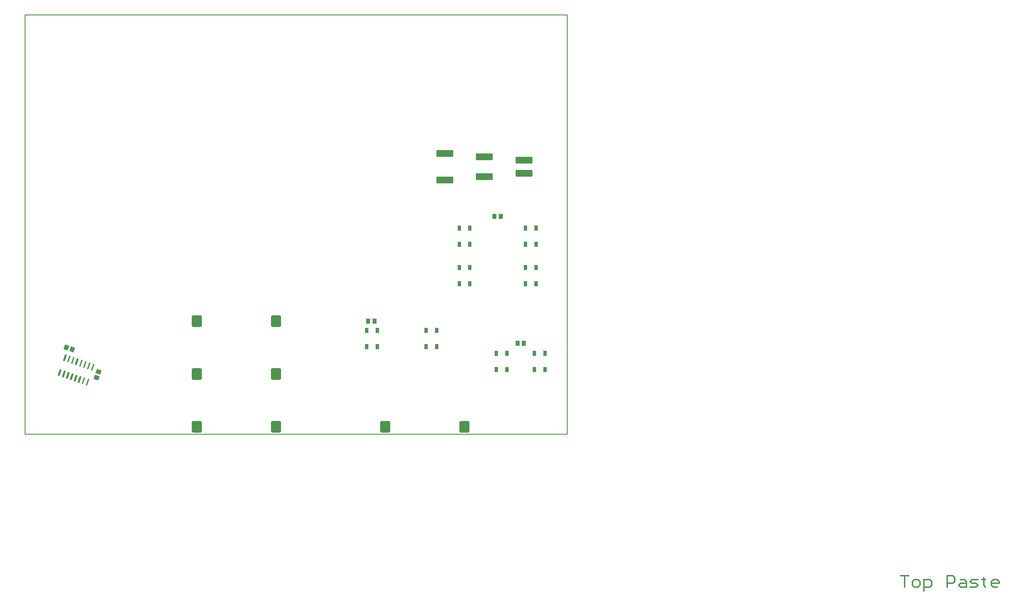
<source format=gtp>
G04*
G04 #@! TF.GenerationSoftware,Altium Limited,Altium Designer,18.1.11 (251)*
G04*
G04 Layer_Color=8421504*
%FSLAX25Y25*%
%MOIN*%
G70*
G01*
G75*
%ADD10C,0.01575*%
%ADD11C,0.00984*%
G04:AMPARAMS|DCode=12|XSize=59.06mil|YSize=51.18mil|CornerRadius=0mil|HoleSize=0mil|Usage=FLASHONLY|Rotation=341.000|XOffset=0mil|YOffset=0mil|HoleType=Round|Shape=Rectangle|*
%AMROTATEDRECTD12*
4,1,4,-0.03625,-0.01458,-0.01959,0.03381,0.03625,0.01458,0.01959,-0.03381,-0.03625,-0.01458,0.0*
%
%ADD12ROTATEDRECTD12*%

G04:AMPARAMS|DCode=13|XSize=59.06mil|YSize=51.18mil|CornerRadius=0mil|HoleSize=0mil|Usage=FLASHONLY|Rotation=71.000|XOffset=0mil|YOffset=0mil|HoleType=Round|Shape=Rectangle|*
%AMROTATEDRECTD13*
4,1,4,0.01458,-0.03625,-0.03381,-0.01959,-0.01458,0.03625,0.03381,0.01959,0.01458,-0.03625,0.0*
%
%ADD13ROTATEDRECTD13*%

G04:AMPARAMS|DCode=14|XSize=15.75mil|YSize=86.61mil|CornerRadius=0mil|HoleSize=0mil|Usage=FLASHONLY|Rotation=161.000|XOffset=0mil|YOffset=0mil|HoleType=Round|Shape=Round|*
%AMOVALD14*
21,1,0.07087,0.01575,0.00000,0.00000,251.0*
1,1,0.01575,0.01154,0.03350*
1,1,0.01575,-0.01154,-0.03350*
%
%ADD14OVALD14*%

G04:AMPARAMS|DCode=15|XSize=23.62mil|YSize=86.61mil|CornerRadius=0mil|HoleSize=0mil|Usage=FLASHONLY|Rotation=161.000|XOffset=0mil|YOffset=0mil|HoleType=Round|Shape=Round|*
%AMOVALD15*
21,1,0.06299,0.02362,0.00000,0.00000,251.0*
1,1,0.02362,0.01025,0.02978*
1,1,0.02362,-0.01025,-0.02978*
%
%ADD15OVALD15*%

%ADD16R,0.03937X0.05906*%
G04:AMPARAMS|DCode=17|XSize=196.85mil|YSize=78.74mil|CornerRadius=3.94mil|HoleSize=0mil|Usage=FLASHONLY|Rotation=0.000|XOffset=0mil|YOffset=0mil|HoleType=Round|Shape=RoundedRectangle|*
%AMROUNDEDRECTD17*
21,1,0.19685,0.07087,0,0,0.0*
21,1,0.18898,0.07874,0,0,0.0*
1,1,0.00787,0.09449,-0.03543*
1,1,0.00787,-0.09449,-0.03543*
1,1,0.00787,-0.09449,0.03543*
1,1,0.00787,0.09449,0.03543*
%
%ADD17ROUNDEDRECTD17*%
%ADD18R,0.05118X0.05906*%
G04:AMPARAMS|DCode=19|XSize=137.8mil|YSize=118.11mil|CornerRadius=14.76mil|HoleSize=0mil|Usage=FLASHONLY|Rotation=90.000|XOffset=0mil|YOffset=0mil|HoleType=Round|Shape=RoundedRectangle|*
%AMROUNDEDRECTD19*
21,1,0.13780,0.08858,0,0,90.0*
21,1,0.10827,0.11811,0,0,90.0*
1,1,0.02953,0.04429,0.05413*
1,1,0.02953,0.04429,-0.05413*
1,1,0.02953,-0.04429,-0.05413*
1,1,0.02953,-0.04429,0.05413*
%
%ADD19ROUNDEDRECTD19*%
D10*
X1042921Y-168552D02*
X1052104D01*
X1047513D01*
Y-182327D01*
X1058992D02*
X1063584D01*
X1065879Y-180031D01*
Y-175439D01*
X1063584Y-173144D01*
X1058992D01*
X1056696Y-175439D01*
Y-180031D01*
X1058992Y-182327D01*
X1070471Y-186919D02*
Y-173144D01*
X1077359D01*
X1079655Y-175439D01*
Y-180031D01*
X1077359Y-182327D01*
X1070471D01*
X1098021D02*
Y-168552D01*
X1104909D01*
X1107205Y-170848D01*
Y-175439D01*
X1104909Y-177735D01*
X1098021D01*
X1114092Y-173144D02*
X1118684D01*
X1120980Y-175439D01*
Y-182327D01*
X1114092D01*
X1111796Y-180031D01*
X1114092Y-177735D01*
X1120980D01*
X1125571Y-182327D02*
X1132459D01*
X1134755Y-180031D01*
X1132459Y-177735D01*
X1127867D01*
X1125571Y-175439D01*
X1127867Y-173144D01*
X1134755D01*
X1141642Y-170848D02*
Y-173144D01*
X1139347D01*
X1143938D01*
X1141642D01*
Y-180031D01*
X1143938Y-182327D01*
X1157713D02*
X1153122D01*
X1150826Y-180031D01*
Y-175439D01*
X1153122Y-173144D01*
X1157713D01*
X1160009Y-175439D01*
Y-177735D01*
X1150826D01*
D11*
X0Y0D02*
X645669D01*
Y500000D01*
X0D02*
X645669D01*
X0Y0D02*
Y500000D01*
D12*
X87832Y74402D02*
D03*
X85396Y67330D02*
D03*
D13*
X49523Y103455D02*
D03*
X56595Y101020D02*
D03*
D14*
X52478Y89595D02*
D03*
X57206Y87967D02*
D03*
X66661Y84711D02*
D03*
X71389Y83083D02*
D03*
X80844Y79827D02*
D03*
X76116Y81455D02*
D03*
X74691Y61959D02*
D03*
X69964Y63587D02*
D03*
D15*
X47751Y91222D02*
D03*
X61933Y86339D02*
D03*
X60509Y66843D02*
D03*
X65236Y65215D02*
D03*
X55781Y68471D02*
D03*
X51053Y70099D02*
D03*
X46326Y71727D02*
D03*
X41598Y73354D02*
D03*
D16*
X529921Y245866D02*
D03*
X517323D02*
D03*
Y226575D02*
D03*
X529921D02*
D03*
X574213Y76968D02*
D03*
X561614D02*
D03*
Y96260D02*
D03*
X574213D02*
D03*
X619488Y76968D02*
D03*
X606890D02*
D03*
Y96260D02*
D03*
X619488D02*
D03*
X419685Y104528D02*
D03*
X407087D02*
D03*
Y123819D02*
D03*
X419685D02*
D03*
X490551Y104528D02*
D03*
X477953D02*
D03*
Y123819D02*
D03*
X490551D02*
D03*
X529921Y179331D02*
D03*
X517323D02*
D03*
Y198622D02*
D03*
X529921D02*
D03*
X608661Y179331D02*
D03*
X596063D02*
D03*
Y198622D02*
D03*
X608661D02*
D03*
Y226575D02*
D03*
X596063D02*
D03*
Y245866D02*
D03*
X608661D02*
D03*
D17*
X500000Y334646D02*
D03*
Y303150D02*
D03*
X547244Y330709D02*
D03*
Y307087D02*
D03*
X594488Y326772D02*
D03*
Y311024D02*
D03*
D18*
X566732Y259842D02*
D03*
X559252D02*
D03*
X416339Y134646D02*
D03*
X408858D02*
D03*
X594291Y108268D02*
D03*
X586811D02*
D03*
D19*
X204724Y134646D02*
D03*
X299213D02*
D03*
Y71654D02*
D03*
X204724D02*
D03*
X299213Y8661D02*
D03*
X204724D02*
D03*
X523622Y8661D02*
D03*
X429134D02*
D03*
M02*

</source>
